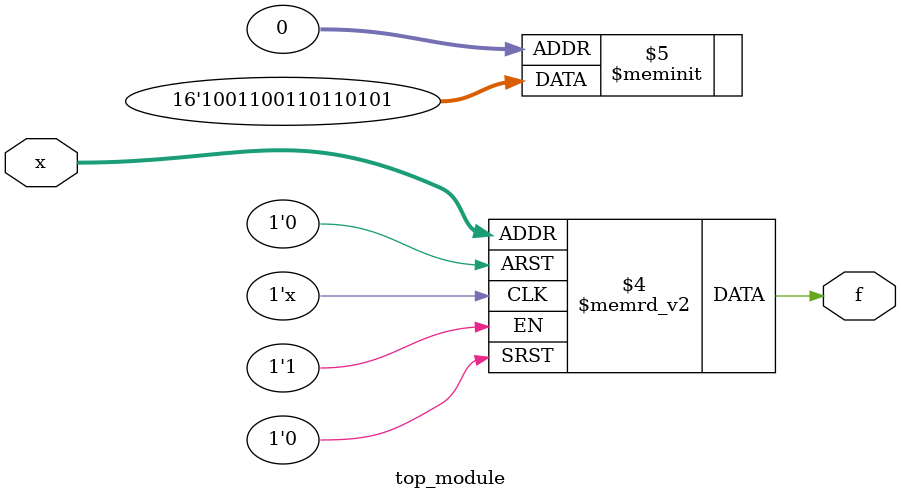
<source format=sv>
module top_module (
    input [4:1] x,
    output logic f
);
    
    always_comb begin
        case (x)
            4'b0001, 4'b0011, 4'b0110, 4'b1001, 4'b1010, 4'b1101, 4'b1110: f = 0;
            4'b0101, 4'b0111, 4'b1111: f = 1;
            default: f = 1;  // Handling don't-care conditions (d)
        endcase
    end
    
endmodule

</source>
